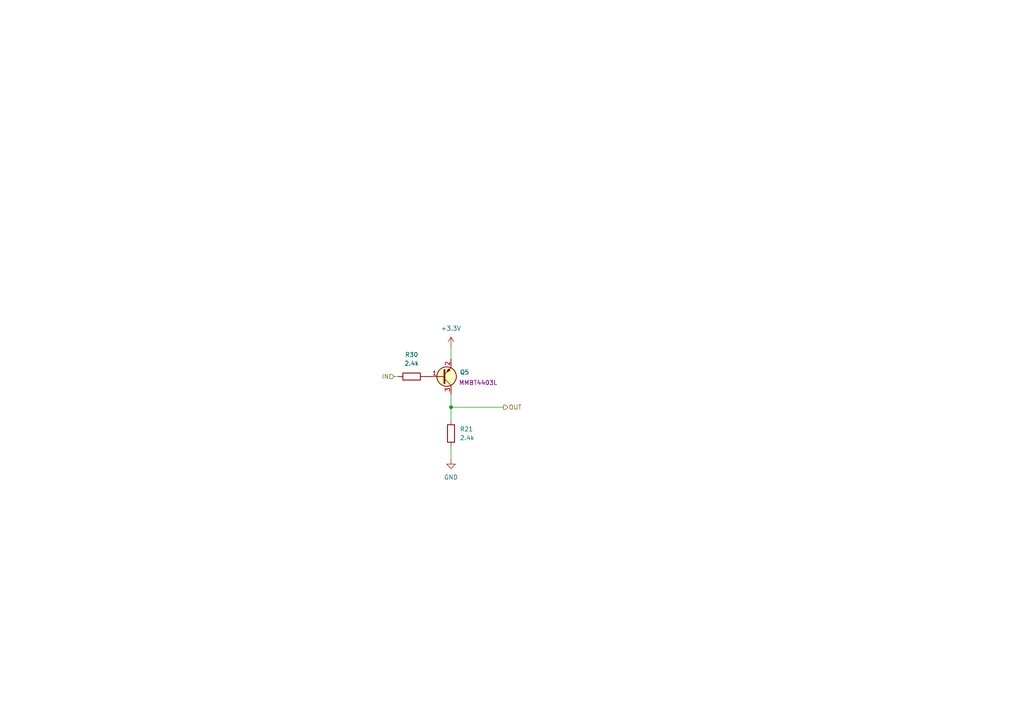
<source format=kicad_sch>
(kicad_sch
	(version 20250114)
	(generator "eeschema")
	(generator_version "9.0")
	(uuid "c8119745-497c-4ab3-b695-163a0b7bace0")
	(paper "A4")
	(lib_symbols
		(symbol "Resistor_AKL:R_0603"
			(pin_numbers
				(hide yes)
			)
			(pin_names
				(offset 0)
			)
			(exclude_from_sim no)
			(in_bom yes)
			(on_board yes)
			(property "Reference" "R"
				(at 2.54 1.27 0)
				(effects
					(font
						(size 1.27 1.27)
					)
					(justify left)
				)
			)
			(property "Value" "R_0603"
				(at 2.54 -1.27 0)
				(effects
					(font
						(size 1.27 1.27)
					)
					(justify left)
				)
			)
			(property "Footprint" "Resistor_SMD_AKL:R_0603_1608Metric"
				(at 0 -11.43 0)
				(effects
					(font
						(size 1.27 1.27)
					)
					(hide yes)
				)
			)
			(property "Datasheet" "~"
				(at 0 0 0)
				(effects
					(font
						(size 1.27 1.27)
					)
					(hide yes)
				)
			)
			(property "Description" "SMD 0603 Chip Resistor, European Symbol, Alternate KiCad Library"
				(at 0 0 0)
				(effects
					(font
						(size 1.27 1.27)
					)
					(hide yes)
				)
			)
			(property "ki_keywords" "R res resistor eu SMD 0603"
				(at 0 0 0)
				(effects
					(font
						(size 1.27 1.27)
					)
					(hide yes)
				)
			)
			(property "ki_fp_filters" "R_*"
				(at 0 0 0)
				(effects
					(font
						(size 1.27 1.27)
					)
					(hide yes)
				)
			)
			(symbol "R_0603_0_1"
				(rectangle
					(start -1.016 2.54)
					(end 1.016 -2.54)
					(stroke
						(width 0.254)
						(type default)
					)
					(fill
						(type none)
					)
				)
			)
			(symbol "R_0603_0_2"
				(polyline
					(pts
						(xy -2.54 -2.54) (xy -1.524 -1.524)
					)
					(stroke
						(width 0)
						(type default)
					)
					(fill
						(type none)
					)
				)
				(polyline
					(pts
						(xy 1.524 1.524) (xy 2.54 2.54)
					)
					(stroke
						(width 0)
						(type default)
					)
					(fill
						(type none)
					)
				)
				(polyline
					(pts
						(xy 1.524 1.524) (xy 0.889 2.159) (xy -2.159 -0.889) (xy -0.889 -2.159) (xy 2.159 0.889) (xy 1.524 1.524)
					)
					(stroke
						(width 0.254)
						(type default)
					)
					(fill
						(type none)
					)
				)
			)
			(symbol "R_0603_1_1"
				(pin passive line
					(at 0 3.81 270)
					(length 1.27)
					(name "~"
						(effects
							(font
								(size 1.27 1.27)
							)
						)
					)
					(number "1"
						(effects
							(font
								(size 1.27 1.27)
							)
						)
					)
				)
				(pin passive line
					(at 0 -3.81 90)
					(length 1.27)
					(name "~"
						(effects
							(font
								(size 1.27 1.27)
							)
						)
					)
					(number "2"
						(effects
							(font
								(size 1.27 1.27)
							)
						)
					)
				)
			)
			(symbol "R_0603_1_2"
				(pin passive line
					(at -2.54 -2.54 0)
					(length 0)
					(name ""
						(effects
							(font
								(size 1.27 1.27)
							)
						)
					)
					(number "2"
						(effects
							(font
								(size 1.27 1.27)
							)
						)
					)
				)
				(pin passive line
					(at 2.54 2.54 180)
					(length 0)
					(name ""
						(effects
							(font
								(size 1.27 1.27)
							)
						)
					)
					(number "1"
						(effects
							(font
								(size 1.27 1.27)
							)
						)
					)
				)
			)
			(embedded_fonts no)
		)
		(symbol "Transistor_BJT_AKL:2SA2018"
			(pin_names
				(hide yes)
			)
			(exclude_from_sim no)
			(in_bom yes)
			(on_board yes)
			(property "Reference" "Q"
				(at 5.08 1.27 0)
				(effects
					(font
						(size 1.27 1.27)
					)
					(justify left)
				)
			)
			(property "Value" "2SA2018"
				(at 5.08 -1.27 0)
				(effects
					(font
						(size 1.27 1.27)
					)
					(justify left)
				)
			)
			(property "Footprint" "Package_TO_SOT_SMD_AKL:SOT-416"
				(at 5.08 -2.54 0)
				(effects
					(font
						(size 1.27 1.27)
					)
					(hide yes)
				)
			)
			(property "Datasheet" "https://www.tme.eu/Document/8bbe87b96a6ee2683f1239fbf67f0559/2sa2018tl-e.pdf"
				(at 0 0 0)
				(effects
					(font
						(size 1.27 1.27)
					)
					(hide yes)
				)
			)
			(property "Description" "PNP SOT-416 transistor, 12V, 500mA, 150mW, Alternate KiCAD Library"
				(at 0 0 0)
				(effects
					(font
						(size 1.27 1.27)
					)
					(hide yes)
				)
			)
			(property "ki_keywords" "transistor PNP 2SA2018"
				(at 0 0 0)
				(effects
					(font
						(size 1.27 1.27)
					)
					(hide yes)
				)
			)
			(symbol "2SA2018_0_1"
				(polyline
					(pts
						(xy 0.635 0.635) (xy 2.54 2.54) (xy 2.54 2.54)
					)
					(stroke
						(width 0)
						(type default)
					)
					(fill
						(type none)
					)
				)
				(polyline
					(pts
						(xy 0.635 -0.635) (xy 2.54 -2.54)
					)
					(stroke
						(width 0)
						(type default)
					)
					(fill
						(type none)
					)
				)
				(polyline
					(pts
						(xy 0.635 -1.905) (xy 0.635 1.905) (xy 0.635 1.905)
					)
					(stroke
						(width 0.508)
						(type default)
					)
					(fill
						(type none)
					)
				)
				(circle
					(center 1.27 0)
					(radius 2.8194)
					(stroke
						(width 0.254)
						(type default)
					)
					(fill
						(type background)
					)
				)
				(polyline
					(pts
						(xy 2.286 1.778) (xy 1.778 2.286) (xy 1.27 1.27) (xy 2.286 1.778) (xy 2.286 1.778)
					)
					(stroke
						(width 0)
						(type default)
					)
					(fill
						(type outline)
					)
				)
			)
			(symbol "2SA2018_1_1"
				(pin input line
					(at -5.08 0 0)
					(length 5.715)
					(name "B"
						(effects
							(font
								(size 1.27 1.27)
							)
						)
					)
					(number "1"
						(effects
							(font
								(size 1.27 1.27)
							)
						)
					)
				)
				(pin passive line
					(at 2.54 5.08 270)
					(length 2.54)
					(name "E"
						(effects
							(font
								(size 1.27 1.27)
							)
						)
					)
					(number "2"
						(effects
							(font
								(size 1.27 1.27)
							)
						)
					)
				)
				(pin passive line
					(at 2.54 -5.08 90)
					(length 2.54)
					(name "C"
						(effects
							(font
								(size 1.27 1.27)
							)
						)
					)
					(number "3"
						(effects
							(font
								(size 1.27 1.27)
							)
						)
					)
				)
			)
			(embedded_fonts no)
		)
		(symbol "power:+3.3V"
			(power)
			(pin_numbers
				(hide yes)
			)
			(pin_names
				(offset 0)
				(hide yes)
			)
			(exclude_from_sim no)
			(in_bom yes)
			(on_board yes)
			(property "Reference" "#PWR"
				(at 0 -3.81 0)
				(effects
					(font
						(size 1.27 1.27)
					)
					(hide yes)
				)
			)
			(property "Value" "+3.3V"
				(at 0 3.556 0)
				(effects
					(font
						(size 1.27 1.27)
					)
				)
			)
			(property "Footprint" ""
				(at 0 0 0)
				(effects
					(font
						(size 1.27 1.27)
					)
					(hide yes)
				)
			)
			(property "Datasheet" ""
				(at 0 0 0)
				(effects
					(font
						(size 1.27 1.27)
					)
					(hide yes)
				)
			)
			(property "Description" "Power symbol creates a global label with name \"+3.3V\""
				(at 0 0 0)
				(effects
					(font
						(size 1.27 1.27)
					)
					(hide yes)
				)
			)
			(property "ki_keywords" "global power"
				(at 0 0 0)
				(effects
					(font
						(size 1.27 1.27)
					)
					(hide yes)
				)
			)
			(symbol "+3.3V_0_1"
				(polyline
					(pts
						(xy -0.762 1.27) (xy 0 2.54)
					)
					(stroke
						(width 0)
						(type default)
					)
					(fill
						(type none)
					)
				)
				(polyline
					(pts
						(xy 0 2.54) (xy 0.762 1.27)
					)
					(stroke
						(width 0)
						(type default)
					)
					(fill
						(type none)
					)
				)
				(polyline
					(pts
						(xy 0 0) (xy 0 2.54)
					)
					(stroke
						(width 0)
						(type default)
					)
					(fill
						(type none)
					)
				)
			)
			(symbol "+3.3V_1_1"
				(pin power_in line
					(at 0 0 90)
					(length 0)
					(name "~"
						(effects
							(font
								(size 1.27 1.27)
							)
						)
					)
					(number "1"
						(effects
							(font
								(size 1.27 1.27)
							)
						)
					)
				)
			)
			(embedded_fonts no)
		)
		(symbol "power:GND"
			(power)
			(pin_numbers
				(hide yes)
			)
			(pin_names
				(offset 0)
				(hide yes)
			)
			(exclude_from_sim no)
			(in_bom yes)
			(on_board yes)
			(property "Reference" "#PWR"
				(at 0 -6.35 0)
				(effects
					(font
						(size 1.27 1.27)
					)
					(hide yes)
				)
			)
			(property "Value" "GND"
				(at 0 -3.81 0)
				(effects
					(font
						(size 1.27 1.27)
					)
				)
			)
			(property "Footprint" ""
				(at 0 0 0)
				(effects
					(font
						(size 1.27 1.27)
					)
					(hide yes)
				)
			)
			(property "Datasheet" ""
				(at 0 0 0)
				(effects
					(font
						(size 1.27 1.27)
					)
					(hide yes)
				)
			)
			(property "Description" "Power symbol creates a global label with name \"GND\" , ground"
				(at 0 0 0)
				(effects
					(font
						(size 1.27 1.27)
					)
					(hide yes)
				)
			)
			(property "ki_keywords" "global power"
				(at 0 0 0)
				(effects
					(font
						(size 1.27 1.27)
					)
					(hide yes)
				)
			)
			(symbol "GND_0_1"
				(polyline
					(pts
						(xy 0 0) (xy 0 -1.27) (xy 1.27 -1.27) (xy 0 -2.54) (xy -1.27 -1.27) (xy 0 -1.27)
					)
					(stroke
						(width 0)
						(type default)
					)
					(fill
						(type none)
					)
				)
			)
			(symbol "GND_1_1"
				(pin power_in line
					(at 0 0 270)
					(length 0)
					(name "~"
						(effects
							(font
								(size 1.27 1.27)
							)
						)
					)
					(number "1"
						(effects
							(font
								(size 1.27 1.27)
							)
						)
					)
				)
			)
			(embedded_fonts no)
		)
	)
	(junction
		(at 130.81 118.11)
		(diameter 0)
		(color 0 0 0 0)
		(uuid "bfec5582-72fd-4472-8b51-a50e47174cef")
	)
	(wire
		(pts
			(xy 114.3 109.22) (xy 115.57 109.22)
		)
		(stroke
			(width 0)
			(type default)
		)
		(uuid "08db6e6b-f459-4e9c-a850-53199e700aa8")
	)
	(wire
		(pts
			(xy 130.81 118.11) (xy 146.05 118.11)
		)
		(stroke
			(width 0)
			(type default)
		)
		(uuid "234d6487-32df-49ab-84a8-aad69d282186")
	)
	(wire
		(pts
			(xy 130.81 129.54) (xy 130.81 133.35)
		)
		(stroke
			(width 0)
			(type default)
		)
		(uuid "98173810-3548-489c-8813-96404dde7e3a")
	)
	(wire
		(pts
			(xy 130.81 118.11) (xy 130.81 121.92)
		)
		(stroke
			(width 0)
			(type default)
		)
		(uuid "bdd67175-98cd-4a9f-b964-07df4295d3b5")
	)
	(wire
		(pts
			(xy 130.81 100.33) (xy 130.81 104.14)
		)
		(stroke
			(width 0)
			(type default)
		)
		(uuid "ec4fa744-c0ec-43d3-8abe-d03ef510ad7b")
	)
	(wire
		(pts
			(xy 130.81 114.3) (xy 130.81 118.11)
		)
		(stroke
			(width 0)
			(type default)
		)
		(uuid "faa095ff-ee9d-4b49-ae78-31a3a22969fb")
	)
	(hierarchical_label "IN"
		(shape input)
		(at 114.3 109.22 180)
		(effects
			(font
				(size 1.27 1.27)
			)
			(justify right)
		)
		(uuid "1efb07f7-53b2-4c1c-91a9-59baacb102a6")
	)
	(hierarchical_label "OUT"
		(shape output)
		(at 146.05 118.11 0)
		(effects
			(font
				(size 1.27 1.27)
			)
			(justify left)
		)
		(uuid "64301c55-9f29-421d-9290-e7571e1bfa66")
	)
	(symbol
		(lib_id "Resistor_AKL:R_0603")
		(at 130.81 125.73 180)
		(unit 1)
		(exclude_from_sim no)
		(in_bom yes)
		(on_board yes)
		(dnp no)
		(fields_autoplaced yes)
		(uuid "3323fc77-d802-4742-b225-1db1a383e48f")
		(property "Reference" "R19"
			(at 133.35 124.4599 0)
			(effects
				(font
					(size 1.27 1.27)
				)
				(justify right)
			)
		)
		(property "Value" "2.4k"
			(at 133.35 126.9999 0)
			(effects
				(font
					(size 1.27 1.27)
				)
				(justify right)
			)
		)
		(property "Footprint" "Resistor_SMD_AKL:R_0603_1608Metric"
			(at 130.81 114.3 0)
			(effects
				(font
					(size 1.27 1.27)
				)
				(hide yes)
			)
		)
		(property "Datasheet" "~"
			(at 130.81 125.73 0)
			(effects
				(font
					(size 1.27 1.27)
				)
				(hide yes)
			)
		)
		(property "Description" "SMD 0603 Chip Resistor, European Symbol, Alternate KiCad Library"
			(at 130.81 125.73 0)
			(effects
				(font
					(size 1.27 1.27)
				)
				(hide yes)
			)
		)
		(pin "2"
			(uuid "16e7911a-cb9d-4bdd-9c92-928150bc1177")
		)
		(pin "1"
			(uuid "d8ec737b-7654-43ab-8a3a-a6c9b3a568c1")
		)
		(instances
			(project "Diseños de circuitos"
				(path "/65c875c0-73bd-43df-b6cd-4a685398cace/3b453a73-5bb7-4645-a7e8-6e186968fa05/3fda5391-68ec-4247-925a-af66065cf103"
					(reference "R21")
					(unit 1)
				)
				(path "/65c875c0-73bd-43df-b6cd-4a685398cace/3b453a73-5bb7-4645-a7e8-6e186968fa05/bf649f5a-c2ab-4302-9c45-5b956e1bc781"
					(reference "R19")
					(unit 1)
				)
			)
		)
	)
	(symbol
		(lib_id "Resistor_AKL:R_0603")
		(at 119.38 109.22 90)
		(unit 1)
		(exclude_from_sim no)
		(in_bom yes)
		(on_board yes)
		(dnp no)
		(fields_autoplaced yes)
		(uuid "7d7d5931-9200-4c49-abb5-66efc10b9421")
		(property "Reference" "R29"
			(at 119.38 102.87 90)
			(effects
				(font
					(size 1.27 1.27)
				)
			)
		)
		(property "Value" "2.4k"
			(at 119.38 105.41 90)
			(effects
				(font
					(size 1.27 1.27)
				)
			)
		)
		(property "Footprint" "Resistor_SMD_AKL:R_0603_1608Metric"
			(at 130.81 109.22 0)
			(effects
				(font
					(size 1.27 1.27)
				)
				(hide yes)
			)
		)
		(property "Datasheet" "~"
			(at 119.38 109.22 0)
			(effects
				(font
					(size 1.27 1.27)
				)
				(hide yes)
			)
		)
		(property "Description" "SMD 0603 Chip Resistor, European Symbol, Alternate KiCad Library"
			(at 119.38 109.22 0)
			(effects
				(font
					(size 1.27 1.27)
				)
				(hide yes)
			)
		)
		(pin "2"
			(uuid "b07415bb-62eb-455e-9969-e7db69a77f90")
		)
		(pin "1"
			(uuid "49198ae5-f19c-41d0-ab5b-1ef878991dd0")
		)
		(instances
			(project "Diseños de circuitos"
				(path "/65c875c0-73bd-43df-b6cd-4a685398cace/3b453a73-5bb7-4645-a7e8-6e186968fa05/3fda5391-68ec-4247-925a-af66065cf103"
					(reference "R30")
					(unit 1)
				)
				(path "/65c875c0-73bd-43df-b6cd-4a685398cace/3b453a73-5bb7-4645-a7e8-6e186968fa05/bf649f5a-c2ab-4302-9c45-5b956e1bc781"
					(reference "R29")
					(unit 1)
				)
			)
		)
	)
	(symbol
		(lib_id "Transistor_BJT_AKL:2SA2018")
		(at 128.27 109.22 0)
		(unit 1)
		(exclude_from_sim no)
		(in_bom yes)
		(on_board yes)
		(dnp no)
		(uuid "8c09a735-c4f0-4ebc-9698-af568508a9ce")
		(property "Reference" "Q3"
			(at 133.35 107.9499 0)
			(effects
				(font
					(size 1.27 1.27)
				)
				(justify left)
			)
		)
		(property "Value" "2SA2018"
			(at 133.35 110.4899 0)
			(effects
				(font
					(size 1.27 1.27)
				)
				(justify left)
				(hide yes)
			)
		)
		(property "Footprint" "Package_TO_SOT_SMD_AKL:SOT-416"
			(at 133.35 111.76 0)
			(effects
				(font
					(size 1.27 1.27)
				)
				(hide yes)
			)
		)
		(property "Datasheet" "https://www.tme.eu/Document/8bbe87b96a6ee2683f1239fbf67f0559/2sa2018tl-e.pdf"
			(at 128.27 109.22 0)
			(effects
				(font
					(size 1.27 1.27)
				)
				(hide yes)
			)
		)
		(property "Description" "PNP SOT-416 transistor, 12V, 500mA, 150mW, Alternate KiCAD Library"
			(at 128.27 109.22 0)
			(effects
				(font
					(size 1.27 1.27)
				)
				(hide yes)
			)
		)
		(property "Part number" "MMBT4403L"
			(at 138.684 110.998 0)
			(effects
				(font
					(size 1.27 1.27)
				)
			)
		)
		(pin "3"
			(uuid "5aac957d-9739-4ba4-aeea-e6c330be4115")
		)
		(pin "2"
			(uuid "e76744a4-5b5f-4c67-baa7-26e9ea05f094")
		)
		(pin "1"
			(uuid "be3fd4b2-e3cd-4291-82a5-cec5e99c2103")
		)
		(instances
			(project ""
				(path "/65c875c0-73bd-43df-b6cd-4a685398cace/3b453a73-5bb7-4645-a7e8-6e186968fa05/3fda5391-68ec-4247-925a-af66065cf103"
					(reference "Q5")
					(unit 1)
				)
				(path "/65c875c0-73bd-43df-b6cd-4a685398cace/3b453a73-5bb7-4645-a7e8-6e186968fa05/bf649f5a-c2ab-4302-9c45-5b956e1bc781"
					(reference "Q3")
					(unit 1)
				)
			)
		)
	)
	(symbol
		(lib_id "power:GND")
		(at 130.81 133.35 0)
		(unit 1)
		(exclude_from_sim no)
		(in_bom yes)
		(on_board yes)
		(dnp no)
		(uuid "a82b8a49-bcd5-48d9-9583-fc8dae5ab433")
		(property "Reference" "#PWR027"
			(at 130.81 139.7 0)
			(effects
				(font
					(size 1.27 1.27)
				)
				(hide yes)
			)
		)
		(property "Value" "GND"
			(at 130.81 138.43 0)
			(effects
				(font
					(size 1.27 1.27)
				)
			)
		)
		(property "Footprint" ""
			(at 130.81 133.35 0)
			(effects
				(font
					(size 1.27 1.27)
				)
				(hide yes)
			)
		)
		(property "Datasheet" ""
			(at 130.81 133.35 0)
			(effects
				(font
					(size 1.27 1.27)
				)
				(hide yes)
			)
		)
		(property "Description" "Power symbol creates a global label with name \"GND\" , ground"
			(at 130.81 133.35 0)
			(effects
				(font
					(size 1.27 1.27)
				)
				(hide yes)
			)
		)
		(pin "1"
			(uuid "1d84371f-c6c4-44e4-9e60-21e685c4ca53")
		)
		(instances
			(project ""
				(path "/65c875c0-73bd-43df-b6cd-4a685398cace/3b453a73-5bb7-4645-a7e8-6e186968fa05/3fda5391-68ec-4247-925a-af66065cf103"
					(reference "#PWR029")
					(unit 1)
				)
				(path "/65c875c0-73bd-43df-b6cd-4a685398cace/3b453a73-5bb7-4645-a7e8-6e186968fa05/bf649f5a-c2ab-4302-9c45-5b956e1bc781"
					(reference "#PWR027")
					(unit 1)
				)
			)
		)
	)
	(symbol
		(lib_id "power:+3.3V")
		(at 130.81 100.33 0)
		(unit 1)
		(exclude_from_sim no)
		(in_bom yes)
		(on_board yes)
		(dnp no)
		(uuid "d6d90afe-bd4c-4af8-a352-6cad6c9027ed")
		(property "Reference" "#PWR031"
			(at 130.81 104.14 0)
			(effects
				(font
					(size 1.27 1.27)
				)
				(hide yes)
			)
		)
		(property "Value" "+3.3V"
			(at 130.81 95.25 0)
			(effects
				(font
					(size 1.27 1.27)
				)
			)
		)
		(property "Footprint" ""
			(at 130.81 100.33 0)
			(effects
				(font
					(size 1.27 1.27)
				)
				(hide yes)
			)
		)
		(property "Datasheet" ""
			(at 130.81 100.33 0)
			(effects
				(font
					(size 1.27 1.27)
				)
				(hide yes)
			)
		)
		(property "Description" "Power symbol creates a global label with name \"+3.3V\""
			(at 130.81 100.33 0)
			(effects
				(font
					(size 1.27 1.27)
				)
				(hide yes)
			)
		)
		(pin "1"
			(uuid "c528cd15-b36d-4fe6-8c85-117d646a94f1")
		)
		(instances
			(project "Diseños de circuitos"
				(path "/65c875c0-73bd-43df-b6cd-4a685398cace/3b453a73-5bb7-4645-a7e8-6e186968fa05/3fda5391-68ec-4247-925a-af66065cf103"
					(reference "#PWR033")
					(unit 1)
				)
				(path "/65c875c0-73bd-43df-b6cd-4a685398cace/3b453a73-5bb7-4645-a7e8-6e186968fa05/bf649f5a-c2ab-4302-9c45-5b956e1bc781"
					(reference "#PWR031")
					(unit 1)
				)
			)
		)
	)
)

</source>
